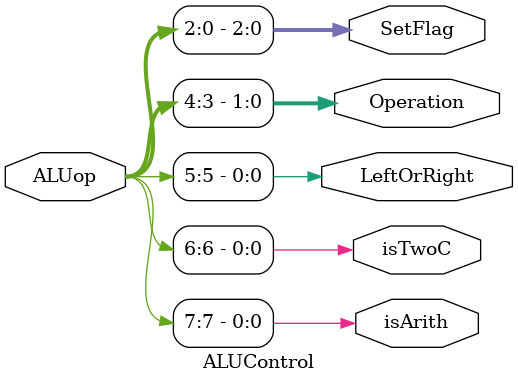
<source format=v>
`timescale 1ns / 1ps
module ALUControl(input[7:0] ALUop, output reg isArith, isTwoC, LeftOrRight, output reg[1:0] Operation, output reg[2:0] SetFlag);
	
	always@(ALUop) begin
		isArith = ALUop[7];
		isTwoC = ALUop[6];
		LeftOrRight = ALUop[5];
		Operation = ALUop[4:3];
		SetFlag = ALUop[2:0];
	end

endmodule

</source>
